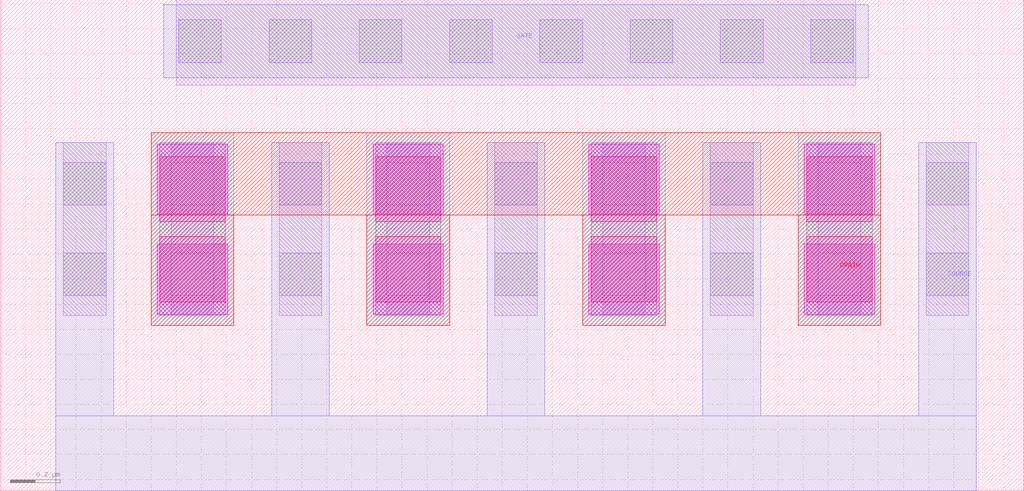
<source format=lef>
# Copyright 2020 The SkyWater PDK Authors
#
# Licensed under the Apache License, Version 2.0 (the "License");
# you may not use this file except in compliance with the License.
# You may obtain a copy of the License at
#
#     https://www.apache.org/licenses/LICENSE-2.0
#
# Unless required by applicable law or agreed to in writing, software
# distributed under the License is distributed on an "AS IS" BASIS,
# WITHOUT WARRANTIES OR CONDITIONS OF ANY KIND, either express or implied.
# See the License for the specific language governing permissions and
# limitations under the License.
#
# SPDX-License-Identifier: Apache-2.0

VERSION 5.7 ;
  NOWIREEXTENSIONATPIN ON ;
  DIVIDERCHAR "/" ;
  BUSBITCHARS "[]" ;
MACRO sky130_fd_pr__rf_pfet_01v8_aF08W0p84L0p15
  CLASS BLOCK ;
  FOREIGN sky130_fd_pr__rf_pfet_01v8_aF08W0p84L0p15 ;
  ORIGIN  0.000000  0.445000 ;
  SIZE  4.080000 BY  1.960000 ;
  PIN DRAIN
    ANTENNADIFFAREA  0.940800 ;
    PORT
      LAYER met3 ;
        RECT 0.600000 0.215000 0.930000 0.655000 ;
        RECT 0.600000 0.655000 3.510000 0.985000 ;
        RECT 1.460000 0.215000 1.790000 0.655000 ;
        RECT 2.320000 0.215000 2.650000 0.655000 ;
        RECT 3.180000 0.215000 3.510000 0.655000 ;
    END
  END DRAIN
  PIN GATE
    ANTENNAGATEAREA  1.008000 ;
    PORT
      LAYER met1 ;
        RECT 0.650000 1.205000 3.460000 1.495000 ;
    END
  END GATE
  PIN SOURCE
    ANTENNADIFFAREA  1.150800 ;
    PORT
      LAYER met1 ;
        RECT 0.220000 -0.445000 3.890000 -0.145000 ;
        RECT 0.220000 -0.145000 0.450000  0.945000 ;
        RECT 1.080000 -0.145000 1.310000  0.945000 ;
        RECT 1.940000 -0.145000 2.170000  0.945000 ;
        RECT 2.800000 -0.145000 3.030000  0.945000 ;
        RECT 3.660000 -0.145000 3.890000  0.945000 ;
    END
  END SOURCE
  OBS
    LAYER li1 ;
      RECT 0.250000 0.255000 0.420000 0.945000 ;
      RECT 0.680000 0.255000 0.850000 0.945000 ;
      RECT 0.700000 1.175000 3.410000 1.515000 ;
      RECT 1.110000 0.255000 1.280000 0.945000 ;
      RECT 1.540000 0.255000 1.710000 0.945000 ;
      RECT 1.970000 0.255000 2.140000 0.945000 ;
      RECT 2.400000 0.255000 2.570000 0.945000 ;
      RECT 2.830000 0.255000 3.000000 0.945000 ;
      RECT 3.260000 0.255000 3.430000 0.945000 ;
      RECT 3.690000 0.255000 3.860000 0.945000 ;
    LAYER mcon ;
      RECT 0.250000 0.335000 0.420000 0.505000 ;
      RECT 0.250000 0.695000 0.420000 0.865000 ;
      RECT 0.680000 0.335000 0.850000 0.505000 ;
      RECT 0.680000 0.695000 0.850000 0.865000 ;
      RECT 0.710000 1.265000 0.880000 1.435000 ;
      RECT 1.070000 1.265000 1.240000 1.435000 ;
      RECT 1.110000 0.335000 1.280000 0.505000 ;
      RECT 1.110000 0.695000 1.280000 0.865000 ;
      RECT 1.430000 1.265000 1.600000 1.435000 ;
      RECT 1.540000 0.335000 1.710000 0.505000 ;
      RECT 1.540000 0.695000 1.710000 0.865000 ;
      RECT 1.790000 1.265000 1.960000 1.435000 ;
      RECT 1.970000 0.335000 2.140000 0.505000 ;
      RECT 1.970000 0.695000 2.140000 0.865000 ;
      RECT 2.150000 1.265000 2.320000 1.435000 ;
      RECT 2.400000 0.335000 2.570000 0.505000 ;
      RECT 2.400000 0.695000 2.570000 0.865000 ;
      RECT 2.510000 1.265000 2.680000 1.435000 ;
      RECT 2.830000 0.335000 3.000000 0.505000 ;
      RECT 2.830000 0.695000 3.000000 0.865000 ;
      RECT 2.870000 1.265000 3.040000 1.435000 ;
      RECT 3.230000 1.265000 3.400000 1.435000 ;
      RECT 3.260000 0.335000 3.430000 0.505000 ;
      RECT 3.260000 0.695000 3.430000 0.865000 ;
      RECT 3.690000 0.335000 3.860000 0.505000 ;
      RECT 3.690000 0.695000 3.860000 0.865000 ;
    LAYER met1 ;
      RECT 0.635000 0.255000 0.895000 0.945000 ;
      RECT 1.495000 0.255000 1.755000 0.945000 ;
      RECT 2.355000 0.255000 2.615000 0.945000 ;
      RECT 3.215000 0.255000 3.475000 0.945000 ;
    LAYER met2 ;
      RECT 0.600000 0.215000 0.930000 0.985000 ;
      RECT 1.460000 0.215000 1.790000 0.985000 ;
      RECT 2.320000 0.215000 2.650000 0.985000 ;
      RECT 3.180000 0.215000 3.510000 0.985000 ;
    LAYER via ;
      RECT 0.635000 0.310000 0.895000 0.570000 ;
      RECT 0.635000 0.630000 0.895000 0.890000 ;
      RECT 1.495000 0.310000 1.755000 0.570000 ;
      RECT 1.495000 0.630000 1.755000 0.890000 ;
      RECT 2.355000 0.310000 2.615000 0.570000 ;
      RECT 2.355000 0.630000 2.615000 0.890000 ;
      RECT 3.215000 0.310000 3.475000 0.570000 ;
      RECT 3.215000 0.630000 3.475000 0.890000 ;
    LAYER via2 ;
      RECT 0.625000 0.260000 0.905000 0.540000 ;
      RECT 0.625000 0.660000 0.905000 0.940000 ;
      RECT 1.485000 0.260000 1.765000 0.540000 ;
      RECT 1.485000 0.660000 1.765000 0.940000 ;
      RECT 2.345000 0.260000 2.625000 0.540000 ;
      RECT 2.345000 0.660000 2.625000 0.940000 ;
      RECT 3.205000 0.260000 3.485000 0.540000 ;
      RECT 3.205000 0.660000 3.485000 0.940000 ;
  END
END sky130_fd_pr__rf_pfet_01v8_aF08W0p84L0p15
END LIBRARY

</source>
